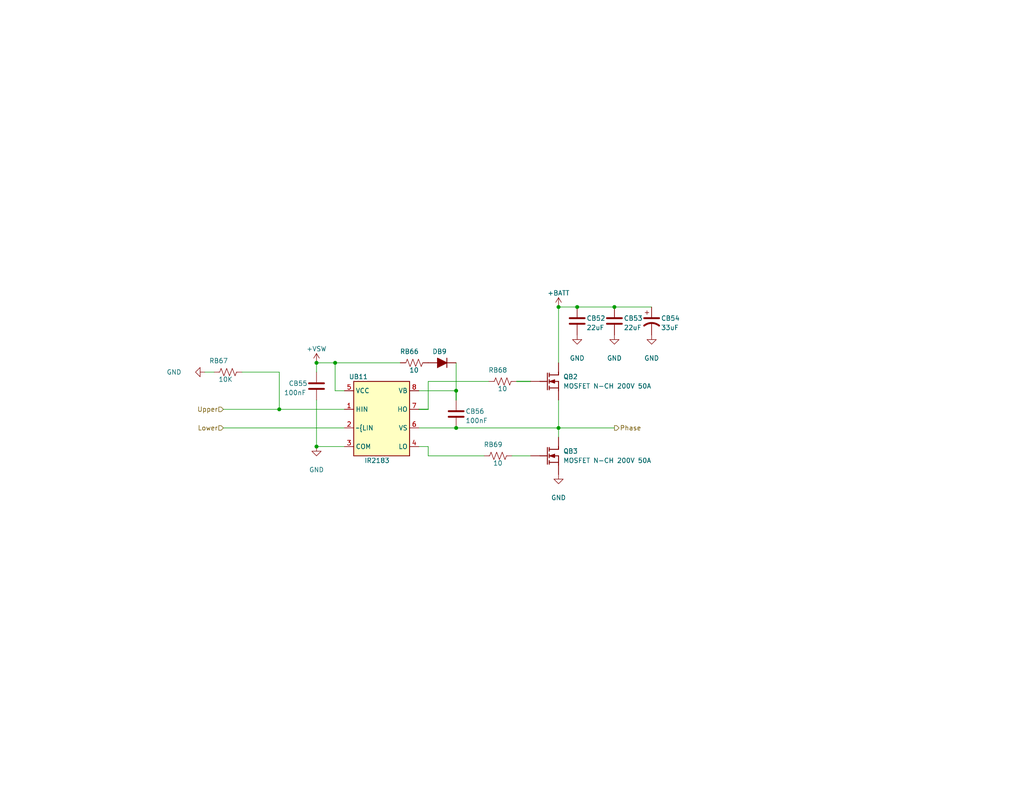
<source format=kicad_sch>
(kicad_sch (version 20231120) (generator "eeschema") (generator_version "8.0")
  (paper "A")
  (title_block (title "Advanced Motor Controller") (company "Electro Synthetics"))
  (lib_symbols
    (symbol "Device:C" (pin_numbers hide) (pin_names (offset 0.254))
      (property "Reference" "C" (at 0.635 2.54 0))
      (property "Value" "C" (at 0.635 -2.54 0))
      (symbol "C_0_1"
        (polyline (pts (xy -2.032 -0.762) (xy 2.032 -0.762)) (stroke (width 0.508)))
        (polyline (pts (xy -2.032 0.762) (xy 2.032 0.762)) (stroke (width 0.508)))
      )
      (symbol "C_1_1"
        (pin passive line (at 0 3.81 270) (length 2.794) (name "~") (number "1"))
        (pin passive line (at 0 -3.81 90) (length 2.794) (name "~") (number "2"))
      )
    )
    (symbol "Device:C_Polarized_US" (pin_numbers hide) (pin_names (offset 0.254) hide)
      (property "Reference" "C" (at 0.635 2.54 0))
      (property "Value" "C_Polarized_US" (at 0.635 -2.54 0))
      (symbol "C_Polarized_US_0_1"
        (polyline (pts (xy -2.032 0.762) (xy 2.032 0.762)) (stroke (width 0.508)))
        (polyline (pts (xy -1.778 2.286) (xy -0.762 2.286)))
        (polyline (pts (xy -1.27 1.778) (xy -1.27 2.794)))
        (arc (start 2.032 -1.27) (mid 0 -0.5572) (end -2.032 -1.27) (stroke (width 0.508)))
      )
      (symbol "C_Polarized_US_1_1"
        (pin passive line (at 0 3.81 270) (length 2.794) (name "~") (number "1"))
        (pin passive line (at 0 -3.81 90) (length 3.302) (name "~") (number "2"))
      )
    )
    (symbol "Device:D_Filled" (pin_numbers hide) (pin_names (offset 1.016) hide)
      (property "Reference" "D" (at 0 2.54 0))
      (property "Value" "D_Filled" (at 0 -2.54 0))
      (symbol "D_Filled_0_1"
        (polyline (pts (xy -1.27 1.27) (xy -1.27 -1.27)) (stroke (width 0.254)))
        (polyline (pts (xy 1.27 0) (xy -1.27 0)))
        (polyline (pts (xy 1.27 1.27) (xy 1.27 -1.27) (xy -1.27 0) (xy 1.27 1.27)) (stroke (width 0.254)) (fill (type outline)))
      )
      (symbol "D_Filled_1_1"
        (pin passive line (at -3.81 0 0) (length 2.54) (name "K") (number "1"))
        (pin passive line (at 3.81 0 180) (length 2.54) (name "A") (number "2"))
      )
    )
    (symbol "Device:R_US" (pin_numbers hide) (pin_names (offset 0))
      (property "Reference" "R" (at 2.54 0 90))
      (property "Value" "R_US" (at -2.54 0 90))
      (symbol "R_US_0_1"
        (polyline (pts (xy 0 -2.286) (xy 0 -2.54)))
        (polyline (pts (xy 0 2.286) (xy 0 2.54)))
        (polyline (pts (xy 0 -0.762) (xy 1.016 -1.143) (xy 0 -1.524) (xy -1.016 -1.905) (xy 0 -2.286)))
        (polyline (pts (xy 0 0.762) (xy 1.016 0.381) (xy 0 0) (xy -1.016 -0.381) (xy 0 -0.762)))
        (polyline (pts (xy 0 2.286) (xy 1.016 1.905) (xy 0 1.524) (xy -1.016 1.143) (xy 0 0.762)))
      )
      (symbol "R_US_1_1"
        (pin passive line (at 0 3.81 270) (length 1.27) (name "~") (number "1"))
        (pin passive line (at 0 -3.81 90) (length 1.27) (name "~") (number "2"))
      )
    )
    (symbol "MOSFET N-CH 200V 50A_1"
      (property "Reference" "QA2" (at 6.35 -1.2699 0))
      (property "Value" "MOSFET N-CH 200V 50A" (at 6.35 -3.8099 0))
      (symbol "MOSFET N-CH 200V 50A_1_1_0"
        (polyline (pts (xy 0 -2.54) (xy 2.032 -2.54)) (stroke (width 0.254)))
        (polyline (pts (xy 2.032 -0.254) (xy 2.032 -4.826)) (stroke (width 0.254)))
        (polyline (pts (xy 2.54 -4.826) (xy 2.54 -3.81)) (stroke (width 0.254)))
        (polyline (pts (xy 2.54 -3.048) (xy 2.54 -2.032)) (stroke (width 0.254)))
        (polyline (pts (xy 2.54 -0.254) (xy 2.54 -1.27)) (stroke (width 0.254)))
        (polyline (pts (xy 5.08 -4.318) (xy 2.54 -4.318)) (stroke (width 0.254)))
        (polyline (pts (xy 5.08 -2.54) (xy 2.54 -2.54)) (stroke (width 0.254)))
        (polyline (pts (xy 5.08 -2.54) (xy 5.08 -5.08)) (stroke (width 0.254)))
        (polyline (pts (xy 5.08 -0.762) (xy 2.54 -0.762)) (stroke (width 0.254)))
        (polyline (pts (xy 5.08 -0.762) (xy 5.08 0)) (stroke (width 0.254)))
        (polyline (pts (xy 5.08 -0.762) (xy 5.08 0)) (stroke (width 0.254)))
        (polyline (pts (xy 2.54 -2.54) (xy 4.064 -3.048) (xy 4.064 -2.032) (xy 2.54 -2.54)) (fill (type outline)))
        (pin no_connect line (at 7.62 -7.62 90) (length 2.54) hide (name "B") (number "4"))
        (pin passive line (at 5.08 2.54 270) (length 2.54) (name "D") (number "D"))
        (pin passive line (at -2.54 -2.54 0) (length 2.54) (name "G") (number "G"))
        (pin passive line (at 5.08 -7.62 90) (length 2.54) (name "S") (number "S"))
      )
    )
    (symbol "User_Motor_Drive:IR2183"
      (property "Reference" "U" (at 5.08 0.762 0))
      (property "Value" "IR2183" (at 0 -22.86 0))
      (symbol "IR2183_1_0"
        (rectangle (start 15.24 0) (end 0 -20.32) (stroke (width 0.254)) (fill (type background)))
        (pin passive line (at -2.54 -7.62 0) (length 2.54) (name "HIN") (number "1"))
        (pin passive line (at -2.54 -12.7 0) (length 2.54) (name "~{LIN") (number "2"))
        (pin passive line (at -2.54 -17.78 0) (length 2.54) (name "COM") (number "3"))
        (pin passive line (at 17.78 -17.78 180) (length 2.54) (name "LO") (number "4"))
        (pin passive line (at -2.54 -2.54 0) (length 2.54) (name "VCC") (number "5"))
        (pin passive line (at 17.78 -12.7 180) (length 2.54) (name "VS") (number "6"))
        (pin passive line (at 17.78 -7.62 180) (length 2.54) (name "HO") (number "7"))
        (pin passive line (at 17.78 -2.54 180) (length 2.54) (name "VB") (number "8"))
      )
    )
    (symbol "User_Motor_Drive:MOSFET N-CH 200V 50A"
      (property "Reference" "QA3" (at 6.35 -1.2699 0))
      (property "Value" "MOSFET N-CH 200V 50A" (at 6.35 -3.8099 0))
      (symbol "MOSFET N-CH 200V 50A_1_0"
        (polyline (pts (xy 0 -2.54) (xy 2.032 -2.54)) (stroke (width 0.254)))
        (polyline (pts (xy 2.032 -0.254) (xy 2.032 -4.826)) (stroke (width 0.254)))
        (polyline (pts (xy 2.54 -4.826) (xy 2.54 -3.81)) (stroke (width 0.254)))
        (polyline (pts (xy 2.54 -3.048) (xy 2.54 -2.032)) (stroke (width 0.254)))
        (polyline (pts (xy 2.54 -0.254) (xy 2.54 -1.27)) (stroke (width 0.254)))
        (polyline (pts (xy 5.08 -4.318) (xy 2.54 -4.318)) (stroke (width 0.254)))
        (polyline (pts (xy 5.08 -2.54) (xy 2.54 -2.54)) (stroke (width 0.254)))
        (polyline (pts (xy 5.08 -2.54) (xy 5.08 -5.08)) (stroke (width 0.254)))
        (polyline (pts (xy 5.08 -0.762) (xy 2.54 -0.762)) (stroke (width 0.254)))
        (polyline (pts (xy 5.08 -0.762) (xy 5.08 0)) (stroke (width 0.254)))
        (polyline (pts (xy 5.08 -0.762) (xy 5.08 0)) (stroke (width 0.254)))
        (polyline (pts (xy 2.54 -2.54) (xy 4.064 -3.048) (xy 4.064 -2.032) (xy 2.54 -2.54)) (fill (type outline)))
        (pin no_connect line (at 7.62 -7.62 90) (length 2.54) hide (name "B") (number "4"))
        (pin passive line (at 5.08 2.54 270) (length 2.54) (name "D") (number "D"))
        (pin passive line (at -2.54 -2.54 0) (length 2.54) (name "G") (number "G"))
        (pin passive line (at 5.08 -7.62 90) (length 2.54) (name "S") (number "S"))
      )
    )
    (symbol "power:+BATT" (power) (pin_names (offset 0))
      (property "Value" "+BATT" (at 0 3.556 0))
      (symbol "+BATT_0_1"
        (polyline (pts (xy -0.762 1.27) (xy 0 2.54)))
        (polyline (pts (xy 0 0) (xy 0 2.54)))
        (polyline (pts (xy 0 2.54) (xy 0.762 1.27)))
      )
      (symbol "+BATT_1_1"
        (pin power_in line (at 0 0 90) (length 0) hide (name "+BATT") (number "1"))
      )
    )
    (symbol "power:+VSW" (power) (pin_names (offset 0))
      (property "Value" "+VSW" (at 0 3.556 0))
      (symbol "+VSW_0_1"
        (polyline (pts (xy -0.762 1.27) (xy 0 2.54)))
        (polyline (pts (xy 0 0) (xy 0 2.54)))
        (polyline (pts (xy 0 2.54) (xy 0.762 1.27)))
      )
      (symbol "+VSW_1_1"
        (pin power_in line (at 0 0 90) (length 0) hide (name "+VSW") (number "1"))
      )
    )
    (symbol "power:GND" (power) (pin_names (offset 0))
      (property "Value" "GND" (at 0 -3.81 0))
      (symbol "GND_0_1"
        (polyline (pts (xy 0 0) (xy 0 -1.27) (xy 1.27 -1.27) (xy 0 -2.54) (xy -1.27 -1.27) (xy 0 -1.27)))
      )
      (symbol "GND_1_1"
        (pin power_in line (at 0 0 270) (length 0) hide (name "GND") (number "1"))
      )
    )
  )
  (junction (at 157.48 83.82))
  (junction (at 152.4 83.82))
  (junction (at 152.4 116.84))
  (junction (at 91.44 99.06))
  (junction (at 86.36 99.06))
  (junction (at 86.36 121.92))
  (junction (at 76.2 111.76))
  (junction (at 124.46 106.68))
  (junction (at 124.46 116.84))
  (junction (at 167.64 83.82))
  (wire (pts (xy 152.4 116.84) (xy 167.64 116.84)))
  (wire (pts (xy 152.4 116.84) (xy 152.4 119.38)))
  (wire (pts (xy 76.2 111.76) (xy 93.98 111.76)))
  (wire (pts (xy 116.84 104.14) (xy 133.35 104.14)))
  (wire (pts (xy 116.84 124.46) (xy 132.08 124.46)))
  (wire (pts (xy 124.46 106.68) (xy 124.46 109.22)) (stroke (width 0.254)))
  (wire (pts (xy 139.7 124.46) (xy 144.78 124.46)))
  (wire (pts (xy 116.84 121.92) (xy 116.84 124.46)))
  (wire (pts (xy 86.36 109.22) (xy 86.36 121.92)))
  (wire (pts (xy 86.36 99.06) (xy 91.44 99.06)))
  (wire (pts (xy 124.46 116.84) (xy 152.4 116.84)))
  (wire (pts (xy 167.64 83.82) (xy 177.8 83.82)))
  (wire (pts (xy 60.96 111.76) (xy 76.2 111.76)))
  (wire (pts (xy 157.48 83.82) (xy 167.64 83.82)))
  (wire (pts (xy 91.44 106.68) (xy 91.44 99.06)))
  (wire (pts (xy 114.3 106.68) (xy 124.46 106.68)))
  (wire (pts (xy 116.84 104.14) (xy 116.84 111.76)))
  (wire (pts (xy 114.3 121.92) (xy 116.84 121.92)))
  (wire (pts (xy 114.3 116.84) (xy 124.46 116.84)))
  (wire (pts (xy 152.4 109.22) (xy 152.4 116.84)))
  (wire (pts (xy 55.88 101.6) (xy 58.42 101.6)))
  (wire (pts (xy 114.3 111.76) (xy 116.84 111.76)) (stroke (width 0.254)))
  (wire (pts (xy 76.2 101.6) (xy 76.2 111.76)))
  (wire (pts (xy 152.4 99.06) (xy 152.4 83.82)))
  (wire (pts (xy 140.97 104.14) (xy 144.78 104.14)) (stroke (width 0.254)))
  (wire (pts (xy 91.44 99.06) (xy 109.22 99.06)))
  (wire (pts (xy 86.36 121.92) (xy 93.98 121.92)))
  (wire (pts (xy 93.98 106.68) (xy 91.44 106.68)))
  (wire (pts (xy 124.46 99.06) (xy 124.46 106.68)))
  (wire (pts (xy 152.4 83.82) (xy 157.48 83.82)))
  (wire (pts (xy 60.96 116.84) (xy 93.98 116.84)))
  (wire (pts (xy 86.36 99.06) (xy 86.36 101.6)))
  (wire (pts (xy 66.04 101.6) (xy 76.2 101.6)))
  (hierarchical_label "Phase" (shape output) (at 167.64 116.84 0))
  (hierarchical_label "Lower" (shape input) (at 60.96 116.84 180))
  (hierarchical_label "Upper" (shape input) (at 60.96 111.76 180))
  (symbol (lib_id "Device:C") (at 86.36 105.41 0) (unit 1)
    (property "Reference" "CA55" (at 78.74 105.41 0) (effects (justify left bottom)))
    (property "Value" "100nF" (at 77.47 107.95 0) (effects (justify left bottom)))
    (property "Footprint" "Capacitor_SMD:C_0603_1608Metric" (effects (hide yes)))
    (property "Manufacturer" "AVX Corporation" (effects (hide yes)))
    (property "Manufacturer Part Number" "06035G104ZAT2A" (effects (hide yes)))
    (property "Supplier 1" "Digi-Key" (effects (hide yes)))
    (property "Supplier Part Number 1" "478-3724-1-ND" (effects (hide yes)))
    (instances (project "AdvancedMotorControlHW" (path "" (reference "CB55") (unit 1)) (path "" (reference "CA55") (unit 1)) (path "" (reference "CC55") (unit 1))))
  )
  (symbol (lib_id "Device:D_Filled") (at 120.65 99.06 180) (unit 1)
    (property "Reference" "DA9" (at 121.92 95.25 0) (effects (justify left bottom)))
    (property "Footprint" "Diode_SMD:D_SOD-123" (effects (hide yes)))
    (property "Manufacturer" "Micro Commercial Co" (effects (hide yes)))
    (property "Manufacturer Part Number" "UFM15PL-TP" (effects (hide yes)))
    (property "Supplier 1" "Digi-Key" (effects (hide yes)))
    (property "Supplier Part Number 1" "UFM15PL-TPMSCT-ND" (effects (hide yes)))
    (property "Sim.Device" "D" (effects (hide yes)))
    (property "Sim.Pins" "1=K 2=A" (effects (hide yes)))
    (instances (project "AdvancedMotorControlHW" (path "" (reference "DB9") (unit 1)) (path "" (reference "DA9") (unit 1)) (path "" (reference "DC9") (unit 1))))
  )
  (symbol (lib_id "power:GND") (at 152.4 129.54 0) (unit 1)
    (property "Reference" "#PWR0207" (effects (hide yes)))
    (property "Value" "GND" (at 152.4 135.89 0))
    (instances (project "AdvancedMotorControlHW" (path "" (reference "#PWR0215") (unit 1)) (path "" (reference "#PWR0207") (unit 1)) (path "" (reference "#PWR0237") (unit 1))))
  )
  (symbol (lib_id "Device:C_Polarized_US") (at 177.8 87.63 0) (unit 1)
    (property "Reference" "CA54" (at 180.34 87.63 0) (effects (justify left bottom)))
    (property "Value" "33uF" (at 180.34 90.17 0) (effects (justify left bottom)))
    (property "Footprint" "Capacitor_SMD:CP_Elec_10x10" (effects (hide yes)))
    (property "Manufacturer" "Panasonic Electronic Components" (effects (hide yes)))
    (property "Manufacturer Part Number" "EEE-FK2A330P" (effects (hide yes)))
    (property "Supplier 1" "Digi-Key" (effects (hide yes)))
    (property "Supplier Part Number 1" "PCE3846CT-ND" (effects (hide yes)))
    (instances (project "AdvancedMotorControlHW" (path "" (reference "CB54") (unit 1)) (path "" (reference "CA54") (unit 1)) (path "" (reference "CC54") (unit 1))))
  )
  (symbol (lib_id "power:GND") (at 86.36 121.92 0) (unit 1)
    (property "Reference" "#PWR0211" (effects (hide yes)))
    (property "Value" "GND" (at 86.36 128.27 0))
    (instances (project "AdvancedMotorControlHW" (path "" (reference "#PWR0219") (unit 1)) (path "" (reference "#PWR0211") (unit 1)) (path "" (reference "#PWR0239") (unit 1))))
  )
  (symbol (lib_id "power:GND") (at 167.64 91.44 0) (unit 1)
    (property "Reference" "#PWR0205" (effects (hide yes)))
    (property "Value" "GND" (at 167.64 97.79 0))
    (instances (project "AdvancedMotorControlHW" (path "" (reference "#PWR0213") (unit 1)) (path "" (reference "#PWR0205") (unit 1)) (path "" (reference "#PWR0244") (unit 1))))
  )
  (symbol (lib_id "User_Motor_Drive:IR2183") (at 96.52 104.14 0) (unit 1)
    (property "Reference" "UA11" (at 97.79 102.87 0))
    (property "Value" "IR2183" (at 102.87 125.73 0))
    (property "Footprint" "Package_SO:SOIC-8_3.9x4.9mm_P1.27mm" (effects (hide yes)))
    (property "Datasheet" "https://www.infineon.com/dgdl/ir2183.pdf?fileId=5546d462533600a4015355c9490e16d1" (effects (hide yes)))
    (property "Supplier 1" "Digi-Key" (effects (hide yes)))
    (property "Supplier Part Number 1" "IR2183SPBFCT-ND" (effects (hide yes)))
    (property "Manufacturer" "Infineon Technologies" (effects (hide yes)))
    (property "Manufacturer Part Number" "IR2183STRPBF" (effects (hide yes)))
    (instances (project "AdvancedMotorControlHW" (path "" (reference "UB11") (unit 1)) (path "" (reference "UA11") (unit 1)) (path "" (reference "UC11") (unit 1))))
  )
  (symbol (lib_id "power:GND") (at 177.8 91.44 0) (unit 1)
    (property "Reference" "#PWR0206" (effects (hide yes)))
    (property "Value" "GND" (at 177.8 97.79 0))
    (instances (project "AdvancedMotorControlHW" (path "" (reference "#PWR0214") (unit 1)) (path "" (reference "#PWR0206") (unit 1)) (path "" (reference "#PWR0243") (unit 1))))
  )
  (symbol (lib_id "Device:R_US") (at 135.89 124.46 90) (unit 1)
    (property "Reference" "RA69" (at 137.16 120.65 90) (effects (justify left bottom)))
    (property "Value" "10" (at 137.16 125.73 90) (effects (justify left bottom)))
    (property "Footprint" "Resistor_SMD:R_0603_1608Metric" (effects (hide yes)))
    (property "Manufacturer" "Vishay Dale" (effects (hide yes)))
    (property "Manufacturer Part Number" "CRCW060310R0JNEAC" (effects (hide yes)))
    (property "Supplier 1" "Digi-Key" (effects (hide yes)))
    (property "Supplier Part Number 1" "541-4057-1-ND" (effects (hide yes)))
    (instances (project "AdvancedMotorControlHW" (path "" (reference "RB69") (unit 1)) (path "" (reference "RA69") (unit 1)) (path "" (reference "RC69") (unit 1))))
  )
  (symbol (lib_id "power:GND") (at 157.48 91.44 0) (unit 1)
    (property "Reference" "#PWR0208" (effects (hide yes)))
    (property "Value" "GND" (at 157.48 97.79 0))
    (instances (project "AdvancedMotorControlHW" (path "" (reference "#PWR0216") (unit 1)) (path "" (reference "#PWR0208") (unit 1)) (path "" (reference "#PWR0242") (unit 1))))
  )
  (symbol (lib_id "Device:C") (at 167.64 87.63 0) (unit 1)
    (property "Reference" "CA53" (at 170.18 87.63 0) (effects (justify left bottom)))
    (property "Value" "22uF" (at 170.18 90.17 0) (effects (justify left bottom)))
    (property "Footprint" "User_Misc:CAP_CKG57NX7S2A226M500JH" (effects (hide yes)))
    (property "Manufacturer" "TDK Corporation" (effects (hide yes)))
    (property "Manufacturer Part Number" "CKG57NX7S2A226M500JH" (effects (hide yes)))
    (property "Supplier 1" "Digi-Key" (effects (hide yes)))
    (property "Supplier Part Number 1" "445-5217-1-ND" (effects (hide yes)))
    (instances (project "AdvancedMotorControlHW" (path "" (reference "CB53") (unit 1)) (path "" (reference "CA53") (unit 1)) (path "" (reference "CC53") (unit 1))))
  )
  (symbol (lib_name "MOSFET N-CH 200V 50A_1") (lib_id "User_Motor_Drive:MOSFET N-CH 200V 50A") (at 147.32 101.6 0) (unit 1)
    (property "Reference" "QA2" (at 153.67 102.8699 0) (effects (justify left)))
    (property "Value" "MOSFET N-CH 200V 50A" (at 153.67 105.4099 0) (effects (justify left)))
    (property "Footprint" "TO-247AC FaceDown" (effects (hide yes)))
    (property "Datasheet" "https://www.infineon.com/dgdl/irfp260npbf.pdf?fileId=5546d462533600a401535628a2ef1fe4" (effects (hide yes)))
    (property "Manufacturer" "Infineon Technologies" (effects (hide yes)))
    (property "Manufacturer Part Number" "IRFP260NPBF" (effects (hide yes)))
    (property "Supplier 1" "Digi-Key" (effects (hide yes)))
    (property "Supplier Part Number 1" "IRFP260NPBF-ND" (effects (hide yes)))
    (instances (project "AdvancedMotorControlHW" (path "" (reference "QB2") (unit 1)) (path "" (reference "QA2") (unit 1)) (path "" (reference "QC2") (unit 1))))
  )
  (symbol (lib_id "Device:C") (at 124.46 113.03 0) (unit 1)
    (property "Reference" "CA56" (at 127 113.03 0) (effects (justify left bottom)))
    (property "Value" "100nF" (at 127 115.57 0) (effects (justify left bottom)))
    (property "Footprint" "Capacitor_SMD:C_0603_1608Metric" (effects (hide yes)))
    (property "Manufacturer" "AVX Corporation" (effects (hide yes)))
    (property "Manufacturer Part Number" "06035G104ZAT2A" (effects (hide yes)))
    (property "Supplier 1" "Digi-Key" (effects (hide yes)))
    (property "Supplier Part Number 1" "478-3724-1-ND" (effects (hide yes)))
    (instances (project "AdvancedMotorControlHW" (path "" (reference "CB56") (unit 1)) (path "" (reference "CA56") (unit 1)) (path "" (reference "CC56") (unit 1))))
  )
  (symbol (lib_id "Device:C") (at 157.48 87.63 0) (unit 1)
    (property "Reference" "CA52" (at 160.02 87.63 0) (effects (justify left bottom)))
    (property "Value" "22uF" (at 160.02 90.17 0) (effects (justify left bottom)))
    (property "Footprint" "User_Misc:CAP_CKG57NX7S2A226M500JH" (effects (hide yes)))
    (property "Manufacturer" "TDK Corporation" (effects (hide yes)))
    (property "Manufacturer Part Number" "CKG57NX7S2A226M500JH" (effects (hide yes)))
    (property "Supplier 1" "Digi-Key" (effects (hide yes)))
    (property "Supplier Part Number 1" "445-5217-1-ND" (effects (hide yes)))
    (instances (project "AdvancedMotorControlHW" (path "" (reference "CB52") (unit 1)) (path "" (reference "CA52") (unit 1)) (path "" (reference "CC52") (unit 1))))
  )
  (symbol (lib_id "power:GND") (at 55.88 101.6 270) (unit 1)
    (property "Reference" "#PWR0212" (effects (hide yes)))
    (property "Value" "GND" (at 49.53 101.6 90) (effects (justify right)))
    (instances (project "AdvancedMotorControlHW" (path "" (reference "#PWR0220") (unit 1)) (path "" (reference "#PWR0212") (unit 1)) (path "" (reference "#PWR0240") (unit 1))))
  )
  (symbol (lib_id "Device:R_US") (at 137.16 104.14 90) (unit 1)
    (property "Reference" "RA68" (at 138.43 100.33 90) (effects (justify left bottom)))
    (property "Value" "10" (at 138.43 105.41 90) (effects (justify left bottom)))
    (property "Footprint" "Resistor_SMD:R_0603_1608Metric" (effects (hide yes)))
    (property "Manufacturer" "Vishay Dale" (effects (hide yes)))
    (property "Manufacturer Part Number" "CRCW060310R0JNEAC" (effects (hide yes)))
    (property "Supplier 1" "Digi-Key" (effects (hide yes)))
    (property "Supplier Part Number 1" "541-4057-1-ND" (effects (hide yes)))
    (instances (project "AdvancedMotorControlHW" (path "" (reference "RB68") (unit 1)) (path "" (reference "RA68") (unit 1)) (path "" (reference "RC68") (unit 1))))
  )
  (symbol (lib_id "power:+VSW") (at 86.36 99.06 0) (unit 1)
    (property "Reference" "#PWR0210" (effects (hide yes)))
    (property "Value" "+VSW" (at 86.36 95.25 0))
    (instances (project "AdvancedMotorControlHW" (path "" (reference "#PWR0218") (unit 1)) (path "" (reference "#PWR0210") (unit 1)) (path "" (reference "#PWR0238") (unit 1))))
  )
  (symbol (lib_id "power:+BATT") (at 152.4 83.82 0) (unit 1)
    (property "Reference" "#PWR0209" (effects (hide yes)))
    (property "Value" "+BATT" (at 152.4 80.01 0))
    (instances (project "AdvancedMotorControlHW" (path "" (reference "#PWR0217") (unit 1)) (path "" (reference "#PWR0209") (unit 1)) (path "" (reference "#PWR0241") (unit 1))))
  )
  (symbol (lib_id "Device:R_US") (at 62.23 101.6 90) (unit 1)
    (property "Reference" "RA67" (at 62.23 97.79 90) (effects (justify left bottom)))
    (property "Value" "10K" (at 63.5 102.87 90) (effects (justify left bottom)))
    (property "Footprint" "Resistor_SMD:R_0805_2012Metric" (effects (hide yes)))
    (property "Manufacturer" "Susumu" (effects (hide yes)))
    (property "Manufacturer Part Number" "RR1220P-103-D" (effects (hide yes)))
    (property "Supplier 1" "Digi-Key" (effects (hide yes)))
    (property "Supplier Part Number 1" "RR12P10.0KDCT-ND" (effects (hide yes)))
    (instances (project "AdvancedMotorControlHW" (path "" (reference "RB67") (unit 1)) (path "" (reference "RA67") (unit 1)) (path "" (reference "RC67") (unit 1))))
  )
  (symbol (lib_id "Device:R_US") (at 113.03 99.06 90) (unit 1)
    (property "Reference" "RA66" (at 114.3 95.25 90) (effects (justify left bottom)))
    (property "Value" "10" (at 114.3 100.33 90) (effects (justify left bottom)))
    (property "Footprint" "Resistor_SMD:R_0603_1608Metric" (effects (hide yes)))
    (property "Manufacturer" "Vishay Dale" (effects (hide yes)))
    (property "Manufacturer Part Number" "CRCW060310R0JNEAC" (effects (hide yes)))
    (property "Supplier 1" "Digi-Key" (effects (hide yes)))
    (property "Supplier Part Number 1" "541-4057-1-ND" (effects (hide yes)))
    (instances (project "AdvancedMotorControlHW" (path "" (reference "RB66") (unit 1)) (path "" (reference "RA66") (unit 1)) (path "" (reference "RC66") (unit 1))))
  )
  (symbol (lib_id "User_Motor_Drive:MOSFET N-CH 200V 50A") (at 147.32 121.92 0) (unit 1)
    (property "Reference" "QA3" (at 153.67 123.1899 0) (effects (justify left)))
    (property "Value" "MOSFET N-CH 200V 50A" (at 153.67 125.7299 0) (effects (justify left)))
    (property "Footprint" "TO-247AC FaceDown" (effects (hide yes)))
    (property "Datasheet" "https://www.infineon.com/dgdl/irfp260npbf.pdf?fileId=5546d462533600a401535628a2ef1fe4" (effects (hide yes)))
    (property "Manufacturer" "Infineon Technologies" (effects (hide yes)))
    (property "Manufacturer Part Number" "IRFP260NPBF" (effects (hide yes)))
    (property "Supplier 1" "Digi-Key" (effects (hide yes)))
    (property "Supplier Part Number 1" "IRFP260NPBF-ND" (effects (hide yes)))
    (instances (project "AdvancedMotorControlHW" (path "" (reference "QB3") (unit 1)) (path "" (reference "QA3") (unit 1)) (path "" (reference "QC3") (unit 1))))
  )
)
</source>
